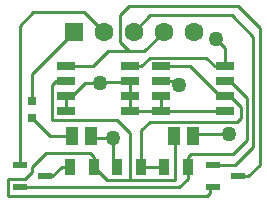
<source format=gtl>
G04*
G04 #@! TF.GenerationSoftware,Altium Limited,Altium Designer,21.2.2 (38)*
G04*
G04 Layer_Physical_Order=1*
G04 Layer_Color=255*
%FSLAX42Y42*%
%MOMM*%
G71*
G04*
G04 #@! TF.SameCoordinates,3077339D-DC90-483C-9222-5C5CAF03B3EF*
G04*
G04*
G04 #@! TF.FilePolarity,Positive*
G04*
G01*
G75*
%ADD14R,0.80X0.80*%
%ADD15R,1.53X0.65*%
%ADD16R,1.25X0.60*%
%ADD17R,1.10X1.57*%
%ADD18R,0.95X1.45*%
%ADD27C,0.25*%
%ADD28C,1.60*%
%ADD29R,1.60X1.60*%
%ADD30C,1.27*%
D14*
X280Y730D02*
D03*
Y880D02*
D03*
D15*
X1111Y1171D02*
D03*
Y1044D02*
D03*
Y917D02*
D03*
Y790D02*
D03*
X569D02*
D03*
Y917D02*
D03*
Y1044D02*
D03*
Y1171D02*
D03*
X1911D02*
D03*
Y1044D02*
D03*
Y917D02*
D03*
Y790D02*
D03*
X1369D02*
D03*
Y917D02*
D03*
Y1044D02*
D03*
Y1171D02*
D03*
D16*
X175Y335D02*
D03*
Y145D02*
D03*
X385Y240D02*
D03*
X1815Y335D02*
D03*
Y145D02*
D03*
X2025Y240D02*
D03*
D17*
X1479Y580D02*
D03*
X1641D02*
D03*
X619D02*
D03*
X781D02*
D03*
D18*
X1400Y320D02*
D03*
X1600D02*
D03*
X1000D02*
D03*
X1200D02*
D03*
X600D02*
D03*
X800D02*
D03*
D27*
X280Y880D02*
Y1108D01*
X430Y580D02*
X619D01*
X280Y730D02*
X430Y580D01*
X280Y1108D02*
X632Y1460D01*
X851Y1027D02*
X859Y1035D01*
X723Y1027D02*
X851D01*
X968Y352D02*
X1000Y320D01*
X968Y352D02*
Y567D01*
X794D02*
X968D01*
X781Y580D02*
X794Y567D01*
X613Y917D02*
X723Y1027D01*
X569Y917D02*
X613D01*
X1103Y1035D02*
X1111Y1044D01*
X859Y1035D02*
X1103D01*
X1111Y917D02*
Y1044D01*
Y790D02*
Y917D01*
X569Y790D02*
X614D01*
X569D02*
Y917D01*
X1111Y1171D02*
X1202D01*
X995Y720D02*
X1108Y607D01*
X569Y1171D02*
X794D01*
X666Y720D02*
X995D01*
X663Y717D02*
X666Y720D01*
X447Y717D02*
X663D01*
X447D02*
Y1009D01*
X481Y1044D01*
X569D01*
X920Y1296D02*
X1098D01*
X794Y1171D02*
X920Y1296D01*
X1108Y209D02*
Y607D01*
X1826Y1171D02*
X1911D01*
X1753Y1243D02*
X1826Y1171D01*
X1274Y1243D02*
X1753D01*
X1202Y1171D02*
X1274Y1243D01*
X1479Y557D02*
X1486D01*
X802Y322D02*
X915Y209D01*
X1783Y100D02*
Y145D01*
X1486Y209D02*
Y557D01*
X1108Y209D02*
X1486D01*
X915D02*
X1108D01*
X1641Y600D02*
X1946D01*
X173Y335D02*
Y1515D01*
X1369Y1044D02*
X1488D01*
X1522Y1009D01*
X1641Y580D02*
Y600D01*
X1369Y1171D02*
X1617D01*
X1834Y954D01*
X1911Y917D01*
X173Y335D02*
X175D01*
X173Y1515D02*
X285Y1627D01*
X719D01*
X886Y1460D01*
X1479Y557D02*
Y580D01*
X1911Y1171D02*
Y1326D01*
X1839Y1398D02*
X1911Y1326D01*
X1369Y790D02*
X1911D01*
Y917D02*
X1956D01*
X2046Y826D01*
Y730D02*
Y826D01*
X2018Y702D02*
X2046Y730D01*
X1274Y702D02*
X2018D01*
X1200Y628D02*
X1274Y702D01*
X1200Y320D02*
Y628D01*
X1911Y1044D02*
X1958D01*
X2097Y905D01*
Y543D02*
Y905D01*
X1982Y428D02*
X2097Y543D01*
X1628Y428D02*
X1982D01*
X1600Y400D02*
X1628Y428D01*
X1600Y320D02*
Y400D01*
X1230Y1296D02*
X1394Y1460D01*
X1098Y1296D02*
X1230D01*
X1021Y1373D02*
X1098Y1296D01*
X1021Y1373D02*
Y1601D01*
X1098Y1677D01*
X2020D01*
X2205Y1492D01*
Y339D02*
Y1492D01*
X2106Y240D02*
X2205Y339D01*
X2025Y240D02*
X2106D01*
X1815Y335D02*
X1999D01*
X2153Y489D01*
Y1417D01*
X1969Y1601D02*
X2153Y1417D01*
X1281Y1601D02*
X1969D01*
X1140Y1460D02*
X1281Y1601D01*
X781Y532D02*
Y580D01*
X175Y145D02*
X1526D01*
X1600Y219D01*
Y320D01*
X1783Y145D02*
X1815D01*
X1758Y75D02*
X1783Y100D01*
X74Y75D02*
X1758D01*
X74D02*
Y214D01*
X221D01*
X280Y273D01*
Y319D01*
X394Y433D01*
X767D01*
X800Y400D01*
Y320D02*
Y400D01*
X1369Y790D02*
Y917D01*
X1111Y790D02*
X1369D01*
X1200Y320D02*
X1400D01*
X532D02*
X600D01*
X452Y240D02*
X532Y320D01*
X385Y240D02*
X452D01*
D28*
X1140Y1460D02*
D03*
X886D02*
D03*
X1394D02*
D03*
X1648D02*
D03*
D29*
X632D02*
D03*
D30*
X851Y1027D02*
D03*
X1522Y1009D02*
D03*
X968Y567D02*
D03*
X1946Y600D02*
D03*
X1839Y1398D02*
D03*
M02*

</source>
